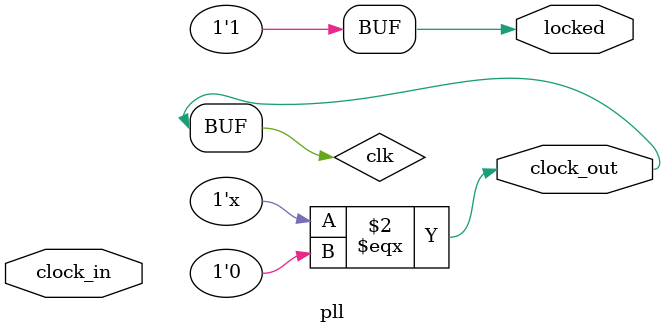
<source format=v>
/**
 * "Fake" PLL which always generates a 75MHz output clock
 */
module pll(
  input  clock_in,
  output clock_out,
  output locked
  );

assign locked = 1;
assign clock_out = clk;

reg clk;
always #13.33333 clk = (clk === 1'b0);

endmodule

</source>
